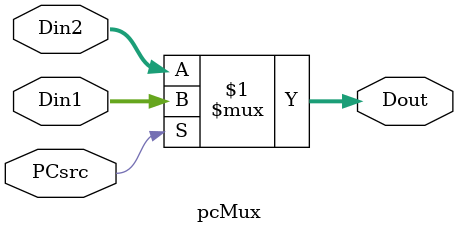
<source format=v>
module pcMux (Dout, Din1, Din2, PCsrc);

 input  PCsrc;
 input  [7:0] Din1, Din2;
 output [7:0] Dout;
 
 assign Dout = (PCsrc)? Din1 : Din2; 

endmodule 
</source>
